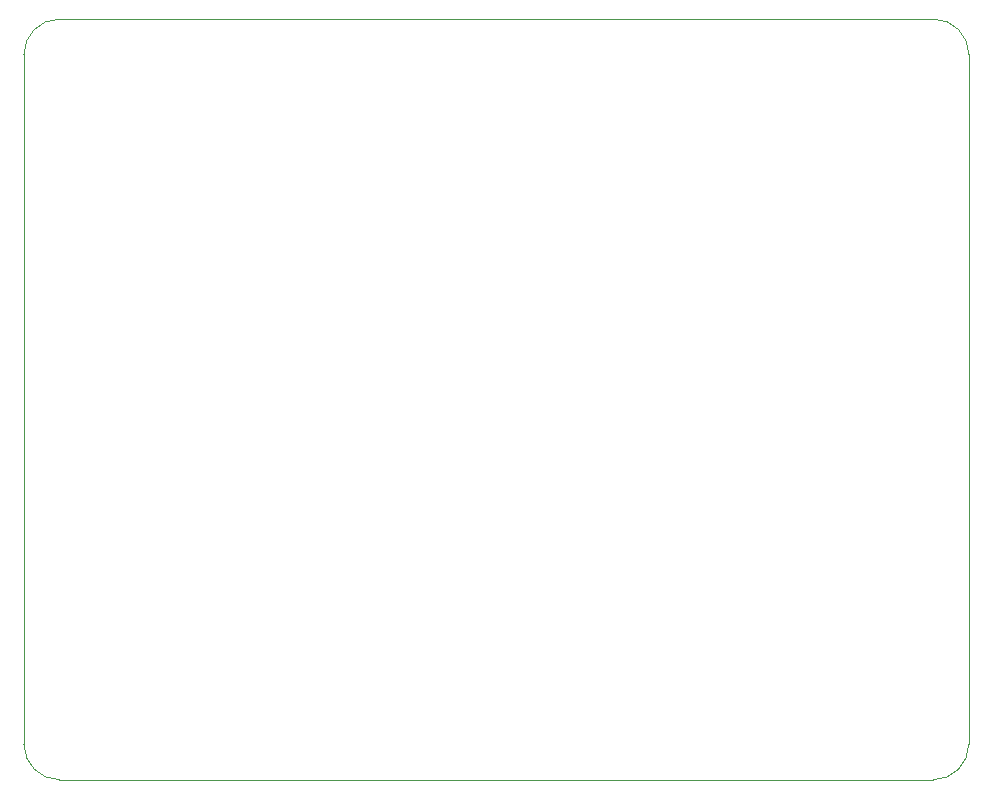
<source format=gbr>
G04 #@! TF.GenerationSoftware,KiCad,Pcbnew,8.0.1*
G04 #@! TF.CreationDate,2025-06-12T10:30:47+03:00*
G04 #@! TF.ProjectId,Picksy,5069636b-7379-42e6-9b69-6361645f7063,rev?*
G04 #@! TF.SameCoordinates,Original*
G04 #@! TF.FileFunction,Profile,NP*
%FSLAX46Y46*%
G04 Gerber Fmt 4.6, Leading zero omitted, Abs format (unit mm)*
G04 Created by KiCad (PCBNEW 8.0.1) date 2025-06-12 10:30:47*
%MOMM*%
%LPD*%
G01*
G04 APERTURE LIST*
G04 #@! TA.AperFunction,Profile*
%ADD10C,0.050000*%
G04 #@! TD*
G04 APERTURE END LIST*
D10*
X116000000Y-147400000D02*
X116000000Y-89000000D01*
X193000000Y-150400000D02*
X119000000Y-150400000D01*
X196000000Y-89000000D02*
X196000000Y-147400000D01*
X119000000Y-86000000D02*
X193000000Y-86000000D01*
X119000000Y-150400000D02*
G75*
G02*
X116000000Y-147400000I0J3000000D01*
G01*
X196000000Y-147400000D02*
G75*
G02*
X193000000Y-150400000I-3000000J0D01*
G01*
X116000000Y-89000000D02*
G75*
G02*
X119000000Y-86000000I3000000J0D01*
G01*
X193000000Y-86000000D02*
G75*
G02*
X196000000Y-89000000I0J-3000000D01*
G01*
M02*

</source>
